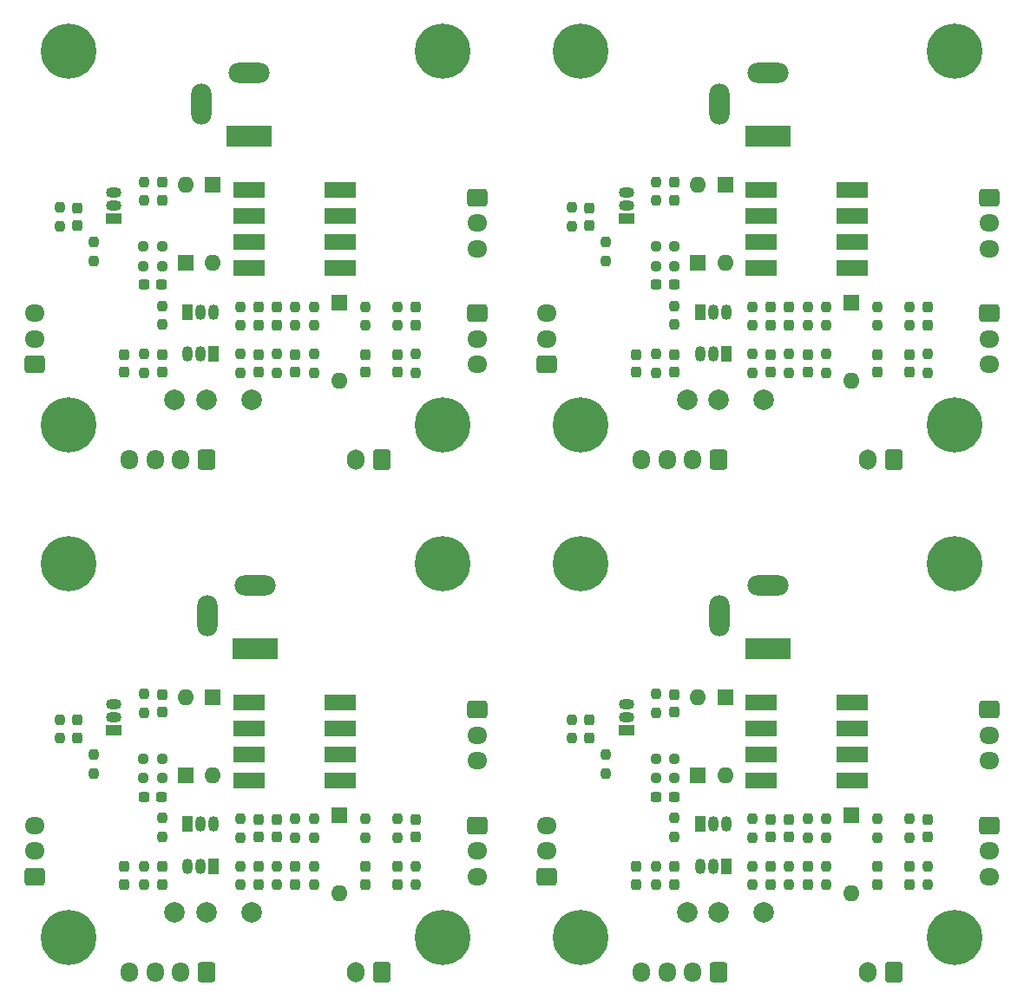
<source format=gbr>
%TF.GenerationSoftware,KiCad,Pcbnew,8.0.3*%
%TF.CreationDate,2025-04-01T20:28:11+03:00*%
%TF.ProjectId,DST-2,4453542d-322e-46b6-9963-61645f706362,rev?*%
%TF.SameCoordinates,Original*%
%TF.FileFunction,Soldermask,Top*%
%TF.FilePolarity,Negative*%
%FSLAX46Y46*%
G04 Gerber Fmt 4.6, Leading zero omitted, Abs format (unit mm)*
G04 Created by KiCad (PCBNEW 8.0.3) date 2025-04-01 20:28:11*
%MOMM*%
%LPD*%
G01*
G04 APERTURE LIST*
G04 Aperture macros list*
%AMRoundRect*
0 Rectangle with rounded corners*
0 $1 Rounding radius*
0 $2 $3 $4 $5 $6 $7 $8 $9 X,Y pos of 4 corners*
0 Add a 4 corners polygon primitive as box body*
4,1,4,$2,$3,$4,$5,$6,$7,$8,$9,$2,$3,0*
0 Add four circle primitives for the rounded corners*
1,1,$1+$1,$2,$3*
1,1,$1+$1,$4,$5*
1,1,$1+$1,$6,$7*
1,1,$1+$1,$8,$9*
0 Add four rect primitives between the rounded corners*
20,1,$1+$1,$2,$3,$4,$5,0*
20,1,$1+$1,$4,$5,$6,$7,0*
20,1,$1+$1,$6,$7,$8,$9,0*
20,1,$1+$1,$8,$9,$2,$3,0*%
G04 Aperture macros list end*
%ADD10R,1.600000X1.600000*%
%ADD11O,1.600000X1.600000*%
%ADD12RoundRect,0.237500X0.237500X-0.250000X0.237500X0.250000X-0.237500X0.250000X-0.237500X-0.250000X0*%
%ADD13RoundRect,0.237500X-0.250000X-0.237500X0.250000X-0.237500X0.250000X0.237500X-0.250000X0.237500X0*%
%ADD14RoundRect,0.237500X0.237500X-0.300000X0.237500X0.300000X-0.237500X0.300000X-0.237500X-0.300000X0*%
%ADD15R,4.500000X2.000000*%
%ADD16O,4.000000X2.000000*%
%ADD17O,2.000000X4.000000*%
%ADD18RoundRect,0.237500X-0.237500X0.250000X-0.237500X-0.250000X0.237500X-0.250000X0.237500X0.250000X0*%
%ADD19RoundRect,0.237500X0.250000X0.237500X-0.250000X0.237500X-0.250000X-0.237500X0.250000X-0.237500X0*%
%ADD20RoundRect,0.237500X-0.237500X0.300000X-0.237500X-0.300000X0.237500X-0.300000X0.237500X0.300000X0*%
%ADD21RoundRect,0.250000X-0.725000X0.600000X-0.725000X-0.600000X0.725000X-0.600000X0.725000X0.600000X0*%
%ADD22O,1.950000X1.700000*%
%ADD23RoundRect,0.237500X0.300000X0.237500X-0.300000X0.237500X-0.300000X-0.237500X0.300000X-0.237500X0*%
%ADD24C,2.000000*%
%ADD25RoundRect,0.250000X0.600000X0.750000X-0.600000X0.750000X-0.600000X-0.750000X0.600000X-0.750000X0*%
%ADD26O,1.700000X2.000000*%
%ADD27R,3.100000X1.600000*%
%ADD28C,0.800000*%
%ADD29C,5.400000*%
%ADD30O,1.500000X1.050000*%
%ADD31R,1.500000X1.050000*%
%ADD32RoundRect,0.250000X0.725000X-0.600000X0.725000X0.600000X-0.725000X0.600000X-0.725000X-0.600000X0*%
%ADD33O,1.050000X1.500000*%
%ADD34R,1.050000X1.500000*%
%ADD35O,1.700000X1.950000*%
%ADD36RoundRect,0.250000X0.600000X0.725000X-0.600000X0.725000X-0.600000X-0.725000X0.600000X-0.725000X0*%
G04 APERTURE END LIST*
D10*
%TO.C,D1*%
X182775000Y-121340000D03*
D11*
X182775000Y-128960000D03*
%TD*%
D12*
%TO.C,R5*%
X123100000Y-121737500D03*
X123100000Y-123562500D03*
%TD*%
D13*
%TO.C,R13*%
X115512500Y-117750000D03*
X113687500Y-117750000D03*
%TD*%
D10*
%TO.C,D2*%
X170425000Y-59840000D03*
D11*
X170425000Y-67460000D03*
%TD*%
D12*
%TO.C,R6*%
X165475000Y-73462500D03*
X165475000Y-71637500D03*
%TD*%
D14*
%TO.C,C4*%
X174875000Y-123512500D03*
X174875000Y-121787500D03*
%TD*%
D13*
%TO.C,R13*%
X163662500Y-67750000D03*
X165487500Y-67750000D03*
%TD*%
D15*
%TO.C,J1*%
X124000000Y-55100000D03*
D16*
X124000000Y-48900000D03*
D17*
X119300000Y-51900000D03*
%TD*%
D12*
%TO.C,R8*%
X180275000Y-73562500D03*
X180275000Y-71737500D03*
%TD*%
D18*
%TO.C,R1*%
X113700000Y-128162500D03*
X113700000Y-126337500D03*
%TD*%
D12*
%TO.C,R15*%
X105500000Y-63862500D03*
X105500000Y-62037500D03*
%TD*%
%TO.C,R7*%
X128500000Y-121737500D03*
X128500000Y-123562500D03*
%TD*%
D19*
%TO.C,R12*%
X165487500Y-115850000D03*
X163662500Y-115850000D03*
%TD*%
D20*
%TO.C,C6*%
X140231891Y-123505609D03*
X140231891Y-121780609D03*
%TD*%
D19*
%TO.C,R12*%
X165487500Y-65850000D03*
X163662500Y-65850000D03*
%TD*%
%TO.C,R12*%
X113687500Y-115850000D03*
X115512500Y-115850000D03*
%TD*%
D21*
%TO.C,J5*%
X196206891Y-61043109D03*
D22*
X196206891Y-63543109D03*
X196206891Y-66043109D03*
%TD*%
D23*
%TO.C,C10*%
X115462500Y-69550000D03*
X113737500Y-69550000D03*
%TD*%
D24*
%TO.C,Out*%
X116731891Y-130843109D03*
%TD*%
D21*
%TO.C,J5*%
X146231891Y-61043109D03*
D22*
X146231891Y-63543109D03*
X146231891Y-66043109D03*
%TD*%
D20*
%TO.C,C12*%
X161775000Y-76387500D03*
X161775000Y-78112500D03*
%TD*%
D14*
%TO.C,C3*%
X178475000Y-128112500D03*
X178475000Y-126387500D03*
%TD*%
%TO.C,C3*%
X128500000Y-126387500D03*
X128500000Y-128112500D03*
%TD*%
D20*
%TO.C,C8*%
X188406891Y-126380609D03*
X188406891Y-128105609D03*
%TD*%
D24*
%TO.C,+4.5v*%
X174206891Y-130843109D03*
%TD*%
D10*
%TO.C,D1*%
X182775000Y-71340000D03*
D11*
X182775000Y-78960000D03*
%TD*%
D20*
%TO.C,C5*%
X126700000Y-71787500D03*
X126700000Y-73512500D03*
%TD*%
D18*
%TO.C,R4*%
X180275000Y-76337500D03*
X180275000Y-78162500D03*
%TD*%
D10*
%TO.C,D3*%
X167775000Y-117460000D03*
D11*
X167775000Y-109840000D03*
%TD*%
D20*
%TO.C,C6*%
X190206891Y-71780609D03*
X190206891Y-73505609D03*
%TD*%
D12*
%TO.C,R5*%
X173075000Y-123562500D03*
X173075000Y-121737500D03*
%TD*%
D20*
%TO.C,C5*%
X176675000Y-121787500D03*
X176675000Y-123512500D03*
%TD*%
D15*
%TO.C,J1*%
X174600000Y-105100000D03*
D16*
X174600000Y-98900000D03*
D17*
X169900000Y-101900000D03*
%TD*%
D25*
%TO.C,J3*%
X136900000Y-86650000D03*
D26*
X134400000Y-86650000D03*
%TD*%
D20*
%TO.C,C7*%
X135300000Y-128112500D03*
X135300000Y-126387500D03*
%TD*%
D12*
%TO.C,R7*%
X178475000Y-73562500D03*
X178475000Y-71737500D03*
%TD*%
D27*
%TO.C,U1*%
X123955000Y-60340000D03*
X123955000Y-62880000D03*
X123955000Y-65420000D03*
X123955000Y-67960000D03*
X132845000Y-67960000D03*
X132845000Y-65420000D03*
X132845000Y-62880000D03*
X132845000Y-60340000D03*
%TD*%
D28*
%TO.C,REF\u002A\u002A*%
X144875000Y-133300000D03*
X144281891Y-134731891D03*
X144281891Y-131868109D03*
X142850000Y-135325000D03*
D29*
X142850000Y-133300000D03*
D28*
X142850000Y-131275000D03*
X141418109Y-134731891D03*
X141418109Y-131868109D03*
X140825000Y-133300000D03*
%TD*%
D14*
%TO.C,C1*%
X165475000Y-128112500D03*
X165475000Y-126387500D03*
%TD*%
D21*
%TO.C,J4*%
X146231891Y-72343109D03*
D22*
X146231891Y-74843109D03*
X146231891Y-77343109D03*
%TD*%
D12*
%TO.C,R8*%
X130300000Y-121737500D03*
X130300000Y-123562500D03*
%TD*%
%TO.C,R9*%
X140231891Y-126330609D03*
X140231891Y-128155609D03*
%TD*%
D20*
%TO.C,C9*%
X165475000Y-109587500D03*
X165475000Y-111312500D03*
%TD*%
%TO.C,C9*%
X165475000Y-59587500D03*
X165475000Y-61312500D03*
%TD*%
D14*
%TO.C,C1*%
X115500000Y-78112500D03*
X115500000Y-76387500D03*
%TD*%
D30*
%TO.C,Q3*%
X110800000Y-110550000D03*
X110800000Y-111820000D03*
D31*
X110800000Y-113090000D03*
%TD*%
D20*
%TO.C,C12*%
X111800000Y-128112500D03*
X111800000Y-126387500D03*
%TD*%
D29*
%TO.C,8*%
X156325000Y-46800000D03*
%TD*%
D14*
%TO.C,C4*%
X174875000Y-73512500D03*
X174875000Y-71787500D03*
%TD*%
D20*
%TO.C,C7*%
X185275000Y-76387500D03*
X185275000Y-78112500D03*
%TD*%
D18*
%TO.C,R16*%
X158775000Y-115437500D03*
X158775000Y-117262500D03*
%TD*%
%TO.C,R11*%
X188406891Y-121730609D03*
X188406891Y-123555609D03*
%TD*%
D20*
%TO.C,C6*%
X190206891Y-121780609D03*
X190206891Y-123505609D03*
%TD*%
D18*
%TO.C,R3*%
X126700000Y-76337500D03*
X126700000Y-78162500D03*
%TD*%
D20*
%TO.C,C9*%
X115500000Y-111312500D03*
X115500000Y-109587500D03*
%TD*%
D18*
%TO.C,R16*%
X158775000Y-65437500D03*
X158775000Y-67262500D03*
%TD*%
%TO.C,R14*%
X163675000Y-59537500D03*
X163675000Y-61362500D03*
%TD*%
D28*
%TO.C,REF\u002A\u002A7*%
X104325000Y-46800000D03*
X104918109Y-45368109D03*
X104918109Y-48231891D03*
X106350000Y-44775000D03*
D29*
X106350000Y-46800000D03*
D28*
X106350000Y-48825000D03*
X107781891Y-45368109D03*
X107781891Y-48231891D03*
X108375000Y-46800000D03*
%TD*%
D14*
%TO.C,C3*%
X128500000Y-78112500D03*
X128500000Y-76387500D03*
%TD*%
%TO.C,C1*%
X165475000Y-78112500D03*
X165475000Y-76387500D03*
%TD*%
D18*
%TO.C,R11*%
X188406891Y-71730609D03*
X188406891Y-73555609D03*
%TD*%
D32*
%TO.C,J6*%
X153006891Y-77343109D03*
D22*
X153006891Y-74843109D03*
X153006891Y-72343109D03*
%TD*%
D12*
%TO.C,R9*%
X140231891Y-78155609D03*
X140231891Y-76330609D03*
%TD*%
D22*
%TO.C,J5*%
X146231891Y-116043109D03*
X146231891Y-113543109D03*
D21*
X146231891Y-111043109D03*
%TD*%
D10*
%TO.C,D2*%
X120450000Y-59840000D03*
D11*
X120450000Y-67460000D03*
%TD*%
D29*
%TO.C,2*%
X156325000Y-96800000D03*
%TD*%
D28*
%TO.C,REF\u002A\u002A8*%
X140825000Y-46800000D03*
X141418109Y-45368109D03*
X141418109Y-48231891D03*
X142850000Y-44775000D03*
D29*
X142850000Y-46800000D03*
D28*
X142850000Y-48825000D03*
X144281891Y-45368109D03*
X144281891Y-48231891D03*
X144875000Y-46800000D03*
%TD*%
D20*
%TO.C,C5*%
X176675000Y-71787500D03*
X176675000Y-73512500D03*
%TD*%
D13*
%TO.C,R13*%
X113687500Y-67750000D03*
X115512500Y-67750000D03*
%TD*%
D20*
%TO.C,C8*%
X138431891Y-76380609D03*
X138431891Y-78105609D03*
%TD*%
D18*
%TO.C,R4*%
X180275000Y-126337500D03*
X180275000Y-128162500D03*
%TD*%
%TO.C,R10*%
X185275000Y-71737500D03*
X185275000Y-73562500D03*
%TD*%
D26*
%TO.C,J3*%
X134400000Y-136650000D03*
D25*
X136900000Y-136650000D03*
%TD*%
D11*
%TO.C,D3*%
X117800000Y-109840000D03*
D10*
X117800000Y-117460000D03*
%TD*%
D28*
%TO.C,REF\u002A\u002A*%
X108375000Y-96800000D03*
X107781891Y-98231891D03*
X107781891Y-95368109D03*
X106350000Y-98825000D03*
D29*
X106350000Y-96800000D03*
D28*
X106350000Y-94775000D03*
X104918109Y-98231891D03*
X104918109Y-95368109D03*
X104325000Y-96800000D03*
%TD*%
D33*
%TO.C,Q2*%
X120540000Y-122250000D03*
X119270000Y-122250000D03*
D34*
X118000000Y-122250000D03*
%TD*%
D12*
%TO.C,R7*%
X128500000Y-73562500D03*
X128500000Y-71737500D03*
%TD*%
D32*
%TO.C,J6*%
X103031891Y-77343109D03*
D22*
X103031891Y-74843109D03*
X103031891Y-72343109D03*
%TD*%
D24*
%TO.C,+4.5v*%
X124231891Y-130843109D03*
%TD*%
D18*
%TO.C,R11*%
X138431891Y-123555609D03*
X138431891Y-121730609D03*
%TD*%
D28*
%TO.C,REF\u002A\u002A*%
X144875000Y-96800000D03*
X144281891Y-98231891D03*
X144281891Y-95368109D03*
X142850000Y-98825000D03*
D29*
X142850000Y-96800000D03*
D28*
X142850000Y-94775000D03*
X141418109Y-98231891D03*
X141418109Y-95368109D03*
X140825000Y-96800000D03*
%TD*%
D18*
%TO.C,R10*%
X185275000Y-121737500D03*
X185275000Y-123562500D03*
%TD*%
D31*
%TO.C,Q3*%
X110800000Y-63090000D03*
D30*
X110800000Y-61820000D03*
X110800000Y-60550000D03*
%TD*%
D28*
%TO.C,REF\u002A\u002A6*%
X140825000Y-83300000D03*
X141418109Y-81868109D03*
X141418109Y-84731891D03*
X142850000Y-81275000D03*
D29*
X142850000Y-83300000D03*
D28*
X142850000Y-85325000D03*
X144281891Y-81868109D03*
X144281891Y-84731891D03*
X144875000Y-83300000D03*
%TD*%
D18*
%TO.C,R3*%
X176675000Y-76337500D03*
X176675000Y-78162500D03*
%TD*%
D23*
%TO.C,C10*%
X113737500Y-119550000D03*
X115462500Y-119550000D03*
%TD*%
D12*
%TO.C,R6*%
X115500000Y-121637500D03*
X115500000Y-123462500D03*
%TD*%
D29*
%TO.C,*%
X106350000Y-96800000D03*
%TD*%
D20*
%TO.C,C2*%
X124900000Y-76387500D03*
X124900000Y-78112500D03*
%TD*%
D14*
%TO.C,C4*%
X124900000Y-121787500D03*
X124900000Y-123512500D03*
%TD*%
D25*
%TO.C,J3*%
X186875000Y-86650000D03*
D26*
X184375000Y-86650000D03*
%TD*%
D20*
%TO.C,C6*%
X140231891Y-71780609D03*
X140231891Y-73505609D03*
%TD*%
D23*
%TO.C,C10*%
X165437500Y-69550000D03*
X163712500Y-69550000D03*
%TD*%
D31*
%TO.C,Q3*%
X160775000Y-63090000D03*
D30*
X160775000Y-61820000D03*
X160775000Y-60550000D03*
%TD*%
D12*
%TO.C,R15*%
X155475000Y-63862500D03*
X155475000Y-62037500D03*
%TD*%
D10*
%TO.C,D1*%
X132800000Y-71340000D03*
D11*
X132800000Y-78960000D03*
%TD*%
D29*
%TO.C,3*%
X192825000Y-96800000D03*
%TD*%
D28*
%TO.C,REF\u002A\u002A9*%
X154300000Y-83300000D03*
X154893109Y-81868109D03*
X154893109Y-84731891D03*
X156325000Y-81275000D03*
D29*
X156325000Y-83300000D03*
D28*
X156325000Y-85325000D03*
X157756891Y-81868109D03*
X157756891Y-84731891D03*
X158350000Y-83300000D03*
%TD*%
D12*
%TO.C,R15*%
X105500000Y-112037500D03*
X105500000Y-113862500D03*
%TD*%
D13*
%TO.C,R13*%
X163662500Y-117750000D03*
X165487500Y-117750000D03*
%TD*%
D14*
%TO.C,C1*%
X115500000Y-126387500D03*
X115500000Y-128112500D03*
%TD*%
D35*
%TO.C,J2*%
X112300000Y-136650000D03*
X114800000Y-136650000D03*
X117300000Y-136650000D03*
D36*
X119800000Y-136650000D03*
%TD*%
D12*
%TO.C,R8*%
X180275000Y-123562500D03*
X180275000Y-121737500D03*
%TD*%
D34*
%TO.C,Q2*%
X118000000Y-72250000D03*
D33*
X119270000Y-72250000D03*
X120540000Y-72250000D03*
%TD*%
D29*
%TO.C,*%
X106350000Y-133300000D03*
%TD*%
D32*
%TO.C,J6*%
X153006891Y-127343109D03*
D22*
X153006891Y-124843109D03*
X153006891Y-122343109D03*
%TD*%
D20*
%TO.C,C8*%
X188406891Y-76380609D03*
X188406891Y-78105609D03*
%TD*%
D33*
%TO.C,Q1*%
X118000000Y-126350000D03*
X119270000Y-126350000D03*
D34*
X120540000Y-126350000D03*
%TD*%
D10*
%TO.C,D3*%
X167775000Y-67460000D03*
D11*
X167775000Y-59840000D03*
%TD*%
D23*
%TO.C,C10*%
X165437500Y-119550000D03*
X163712500Y-119550000D03*
%TD*%
D34*
%TO.C,Q1*%
X170515000Y-76350000D03*
D33*
X169245000Y-76350000D03*
X167975000Y-76350000D03*
%TD*%
D27*
%TO.C,U1*%
X173930000Y-60340000D03*
X173930000Y-62880000D03*
X173930000Y-65420000D03*
X173930000Y-67960000D03*
X182820000Y-67960000D03*
X182820000Y-65420000D03*
X182820000Y-62880000D03*
X182820000Y-60340000D03*
%TD*%
D20*
%TO.C,C2*%
X174875000Y-76387500D03*
X174875000Y-78112500D03*
%TD*%
D14*
%TO.C,C4*%
X124900000Y-73512500D03*
X124900000Y-71787500D03*
%TD*%
D18*
%TO.C,R1*%
X163675000Y-76337500D03*
X163675000Y-78162500D03*
%TD*%
D19*
%TO.C,R12*%
X115512500Y-65850000D03*
X113687500Y-65850000D03*
%TD*%
D28*
%TO.C,REF\u002A\u002A3*%
X154300000Y-96800000D03*
X154893109Y-95368109D03*
X154893109Y-98231891D03*
X156325000Y-94775000D03*
D29*
X156325000Y-96800000D03*
D28*
X156325000Y-98825000D03*
X157756891Y-95368109D03*
X157756891Y-98231891D03*
X158350000Y-96800000D03*
%TD*%
D18*
%TO.C,R14*%
X113700000Y-111362500D03*
X113700000Y-109537500D03*
%TD*%
D11*
%TO.C,D2*%
X120450000Y-117460000D03*
D10*
X120450000Y-109840000D03*
%TD*%
D29*
%TO.C,6*%
X142850000Y-46800000D03*
%TD*%
D18*
%TO.C,R10*%
X135300000Y-123562500D03*
X135300000Y-121737500D03*
%TD*%
D28*
%TO.C,REF\u002A\u002A4*%
X190800000Y-96800000D03*
X191393109Y-95368109D03*
X191393109Y-98231891D03*
X192825000Y-94775000D03*
D29*
X192825000Y-96800000D03*
D28*
X192825000Y-98825000D03*
X194256891Y-95368109D03*
X194256891Y-98231891D03*
X194850000Y-96800000D03*
%TD*%
D18*
%TO.C,R14*%
X163675000Y-109537500D03*
X163675000Y-111362500D03*
%TD*%
D12*
%TO.C,R8*%
X130300000Y-73562500D03*
X130300000Y-71737500D03*
%TD*%
D34*
%TO.C,Q2*%
X167975000Y-122250000D03*
D33*
X169245000Y-122250000D03*
X170515000Y-122250000D03*
%TD*%
D12*
%TO.C,R9*%
X190206891Y-78155609D03*
X190206891Y-76330609D03*
%TD*%
D27*
%TO.C,U1*%
X173930000Y-110340000D03*
X173930000Y-112880000D03*
X173930000Y-115420000D03*
X173930000Y-117960000D03*
X182820000Y-117960000D03*
X182820000Y-115420000D03*
X182820000Y-112880000D03*
X182820000Y-110340000D03*
%TD*%
D24*
%TO.C,Out*%
X166706891Y-130843109D03*
%TD*%
D34*
%TO.C,Q1*%
X170515000Y-126350000D03*
D33*
X169245000Y-126350000D03*
X167975000Y-126350000D03*
%TD*%
D20*
%TO.C,C8*%
X138431891Y-128105609D03*
X138431891Y-126380609D03*
%TD*%
D36*
%TO.C,J2*%
X169775000Y-136650000D03*
D35*
X167275000Y-136650000D03*
X164775000Y-136650000D03*
X162275000Y-136650000D03*
%TD*%
D15*
%TO.C,J1*%
X174575000Y-55100000D03*
D16*
X174575000Y-48900000D03*
D17*
X169875000Y-51900000D03*
%TD*%
%TO.C,J1*%
X119900000Y-101900000D03*
D16*
X124600000Y-98900000D03*
D15*
X124600000Y-105100000D03*
%TD*%
D24*
%TO.C,In*%
X119831891Y-80843109D03*
%TD*%
D12*
%TO.C,R6*%
X165475000Y-123462500D03*
X165475000Y-121637500D03*
%TD*%
D18*
%TO.C,R3*%
X176675000Y-126337500D03*
X176675000Y-128162500D03*
%TD*%
D14*
%TO.C,C11*%
X157175000Y-113812500D03*
X157175000Y-112087500D03*
%TD*%
D24*
%TO.C,In*%
X169806891Y-80843109D03*
%TD*%
D18*
%TO.C,R2*%
X123100000Y-76337500D03*
X123100000Y-78162500D03*
%TD*%
D20*
%TO.C,C9*%
X115500000Y-59587500D03*
X115500000Y-61312500D03*
%TD*%
D18*
%TO.C,R2*%
X173075000Y-126337500D03*
X173075000Y-128162500D03*
%TD*%
D24*
%TO.C,+4.5v*%
X124231891Y-80843109D03*
%TD*%
D21*
%TO.C,J4*%
X196206891Y-72343109D03*
D22*
X196206891Y-74843109D03*
X196206891Y-77343109D03*
%TD*%
D18*
%TO.C,R16*%
X108800000Y-117262500D03*
X108800000Y-115437500D03*
%TD*%
D36*
%TO.C,J2*%
X119800000Y-86650000D03*
D35*
X117300000Y-86650000D03*
X114800000Y-86650000D03*
X112300000Y-86650000D03*
%TD*%
D21*
%TO.C,J4*%
X196206891Y-122343109D03*
D22*
X196206891Y-124843109D03*
X196206891Y-127343109D03*
%TD*%
D29*
%TO.C,1*%
X156325000Y-133300000D03*
%TD*%
D28*
%TO.C,REF\u002A\u002A11*%
X154300000Y-46800000D03*
X154893109Y-45368109D03*
X154893109Y-48231891D03*
X156325000Y-44775000D03*
D29*
X156325000Y-46800000D03*
D28*
X156325000Y-48825000D03*
X157756891Y-45368109D03*
X157756891Y-48231891D03*
X158350000Y-46800000D03*
%TD*%
D18*
%TO.C,R4*%
X130300000Y-76337500D03*
X130300000Y-78162500D03*
%TD*%
D25*
%TO.C,J3*%
X186875000Y-136650000D03*
D26*
X184375000Y-136650000D03*
%TD*%
D28*
%TO.C,REF\u002A\u002A1*%
X154300000Y-133300000D03*
X154893109Y-131868109D03*
X154893109Y-134731891D03*
X156325000Y-131275000D03*
D29*
X156325000Y-133300000D03*
D28*
X156325000Y-135325000D03*
X157756891Y-131868109D03*
X157756891Y-134731891D03*
X158350000Y-133300000D03*
%TD*%
D27*
%TO.C,U1*%
X132845000Y-110340000D03*
X132845000Y-112880000D03*
X132845000Y-115420000D03*
X132845000Y-117960000D03*
X123955000Y-117960000D03*
X123955000Y-115420000D03*
X123955000Y-112880000D03*
X123955000Y-110340000D03*
%TD*%
D12*
%TO.C,R5*%
X173075000Y-73562500D03*
X173075000Y-71737500D03*
%TD*%
D20*
%TO.C,C12*%
X161775000Y-126387500D03*
X161775000Y-128112500D03*
%TD*%
D18*
%TO.C,R4*%
X130300000Y-128162500D03*
X130300000Y-126337500D03*
%TD*%
D14*
%TO.C,C11*%
X107200000Y-112087500D03*
X107200000Y-113812500D03*
%TD*%
D28*
%TO.C,REF\u002A\u002A12*%
X190800000Y-46800000D03*
X191393109Y-45368109D03*
X191393109Y-48231891D03*
X192825000Y-44775000D03*
D29*
X192825000Y-46800000D03*
D28*
X192825000Y-48825000D03*
X194256891Y-45368109D03*
X194256891Y-48231891D03*
X194850000Y-46800000D03*
%TD*%
D29*
%TO.C,4*%
X106350000Y-83300000D03*
%TD*%
D18*
%TO.C,R14*%
X113700000Y-59537500D03*
X113700000Y-61362500D03*
%TD*%
D20*
%TO.C,C5*%
X126700000Y-123512500D03*
X126700000Y-121787500D03*
%TD*%
D28*
%TO.C,REF\u002A\u002A2*%
X190800000Y-133300000D03*
X191393109Y-131868109D03*
X191393109Y-134731891D03*
X192825000Y-131275000D03*
D29*
X192825000Y-133300000D03*
D28*
X192825000Y-135325000D03*
X194256891Y-131868109D03*
X194256891Y-134731891D03*
X194850000Y-133300000D03*
%TD*%
D31*
%TO.C,Q3*%
X160775000Y-113090000D03*
D30*
X160775000Y-111820000D03*
X160775000Y-110550000D03*
%TD*%
D21*
%TO.C,J5*%
X196206891Y-111043109D03*
D22*
X196206891Y-113543109D03*
X196206891Y-116043109D03*
%TD*%
D28*
%TO.C,REF\u002A\u002A10*%
X190800000Y-83300000D03*
X191393109Y-81868109D03*
X191393109Y-84731891D03*
X192825000Y-81275000D03*
D29*
X192825000Y-83300000D03*
D28*
X192825000Y-85325000D03*
X194256891Y-81868109D03*
X194256891Y-84731891D03*
X194850000Y-83300000D03*
%TD*%
D12*
%TO.C,R9*%
X190206891Y-128155609D03*
X190206891Y-126330609D03*
%TD*%
D18*
%TO.C,R10*%
X135300000Y-71737500D03*
X135300000Y-73562500D03*
%TD*%
%TO.C,R11*%
X138431891Y-71730609D03*
X138431891Y-73555609D03*
%TD*%
D14*
%TO.C,C11*%
X157175000Y-63812500D03*
X157175000Y-62087500D03*
%TD*%
D24*
%TO.C,Out*%
X116731891Y-80843109D03*
%TD*%
D18*
%TO.C,R2*%
X123100000Y-128162500D03*
X123100000Y-126337500D03*
%TD*%
D22*
%TO.C,J6*%
X103031891Y-122343109D03*
X103031891Y-124843109D03*
D32*
X103031891Y-127343109D03*
%TD*%
D20*
%TO.C,C2*%
X174875000Y-126387500D03*
X174875000Y-128112500D03*
%TD*%
D36*
%TO.C,J2*%
X169775000Y-86650000D03*
D35*
X167275000Y-86650000D03*
X164775000Y-86650000D03*
X162275000Y-86650000D03*
%TD*%
D34*
%TO.C,Q2*%
X167975000Y-72250000D03*
D33*
X169245000Y-72250000D03*
X170515000Y-72250000D03*
%TD*%
D18*
%TO.C,R3*%
X126700000Y-128162500D03*
X126700000Y-126337500D03*
%TD*%
%TO.C,R1*%
X163675000Y-126337500D03*
X163675000Y-128162500D03*
%TD*%
D24*
%TO.C,In*%
X169806891Y-130843109D03*
%TD*%
D14*
%TO.C,C11*%
X107200000Y-63812500D03*
X107200000Y-62087500D03*
%TD*%
D10*
%TO.C,D2*%
X170425000Y-109840000D03*
D11*
X170425000Y-117460000D03*
%TD*%
D10*
%TO.C,D3*%
X117800000Y-67460000D03*
D11*
X117800000Y-59840000D03*
%TD*%
D12*
%TO.C,R5*%
X123100000Y-73562500D03*
X123100000Y-71737500D03*
%TD*%
D28*
%TO.C,REF\u002A\u002A5*%
X104325000Y-83300000D03*
X104918109Y-81868109D03*
X104918109Y-84731891D03*
X106350000Y-81275000D03*
D29*
X106350000Y-83300000D03*
D28*
X106350000Y-85325000D03*
X107781891Y-81868109D03*
X107781891Y-84731891D03*
X108375000Y-83300000D03*
%TD*%
D24*
%TO.C,+4.5v*%
X174206891Y-80843109D03*
%TD*%
D29*
%TO.C,9*%
X192825000Y-46800000D03*
%TD*%
D18*
%TO.C,R2*%
X173075000Y-76337500D03*
X173075000Y-78162500D03*
%TD*%
D22*
%TO.C,J4*%
X146231891Y-127343109D03*
X146231891Y-124843109D03*
D21*
X146231891Y-122343109D03*
%TD*%
D12*
%TO.C,R7*%
X178475000Y-123562500D03*
X178475000Y-121737500D03*
%TD*%
D29*
%TO.C,5*%
X106350000Y-46800000D03*
%TD*%
D20*
%TO.C,C7*%
X135300000Y-76387500D03*
X135300000Y-78112500D03*
%TD*%
D12*
%TO.C,R6*%
X115500000Y-73462500D03*
X115500000Y-71637500D03*
%TD*%
D18*
%TO.C,R16*%
X108800000Y-65437500D03*
X108800000Y-67262500D03*
%TD*%
D12*
%TO.C,R15*%
X155475000Y-113862500D03*
X155475000Y-112037500D03*
%TD*%
D24*
%TO.C,Out*%
X166706891Y-80843109D03*
%TD*%
D28*
%TO.C,REF\u002A\u002A*%
X108375000Y-133300000D03*
X107781891Y-134731891D03*
X107781891Y-131868109D03*
X106350000Y-135325000D03*
D29*
X106350000Y-133300000D03*
D28*
X106350000Y-131275000D03*
X104918109Y-134731891D03*
X104918109Y-131868109D03*
X104325000Y-133300000D03*
%TD*%
D20*
%TO.C,C2*%
X124900000Y-128112500D03*
X124900000Y-126387500D03*
%TD*%
D29*
%TO.C,*%
X142850000Y-96800000D03*
%TD*%
D20*
%TO.C,C12*%
X111800000Y-76387500D03*
X111800000Y-78112500D03*
%TD*%
D11*
%TO.C,D1*%
X132800000Y-128960000D03*
D10*
X132800000Y-121340000D03*
%TD*%
D20*
%TO.C,C7*%
X185275000Y-126387500D03*
X185275000Y-128112500D03*
%TD*%
D34*
%TO.C,Q1*%
X120540000Y-76350000D03*
D33*
X119270000Y-76350000D03*
X118000000Y-76350000D03*
%TD*%
D18*
%TO.C,R1*%
X113700000Y-76337500D03*
X113700000Y-78162500D03*
%TD*%
D24*
%TO.C,In*%
X119831891Y-130843109D03*
%TD*%
D29*
%TO.C,7*%
X156325000Y-83300000D03*
%TD*%
D14*
%TO.C,C3*%
X178475000Y-78112500D03*
X178475000Y-76387500D03*
%TD*%
M02*

</source>
